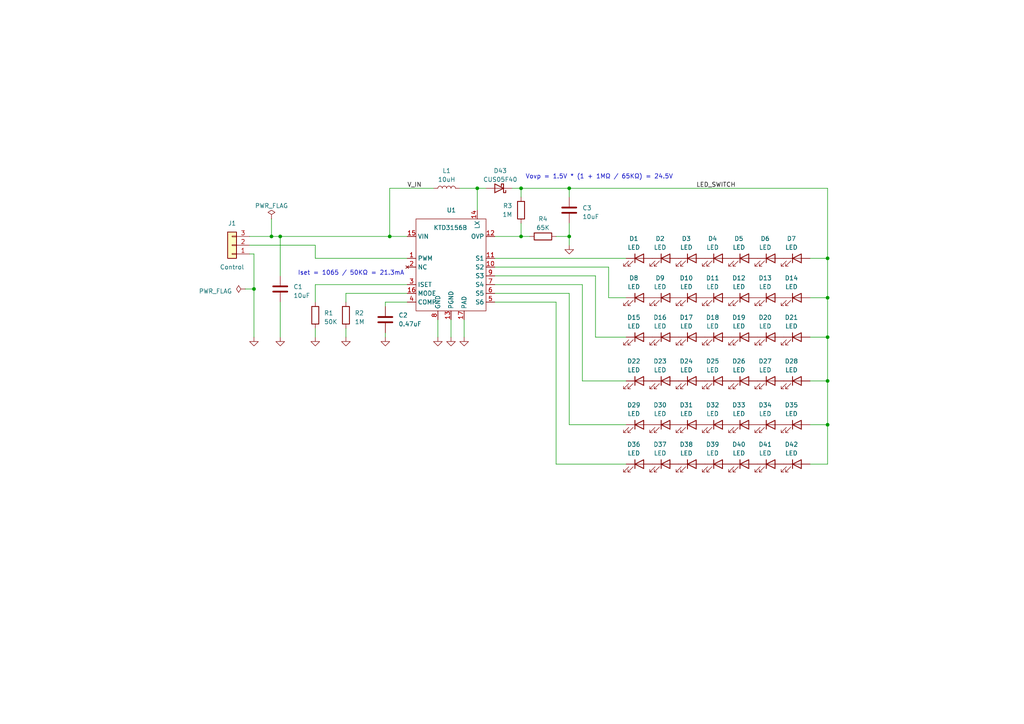
<source format=kicad_sch>
(kicad_sch (version 20230121) (generator eeschema)
  (paper "A4")
  (title_block (title "UVL") (date "2023-04-04") (rev "0x01"))
  (lib_symbols
    (symbol "Connector_Generic:Conn_01x03" (pin_names (offset 1.016) hide)
      (property "Reference" "J" (at 0 5.08 0))
      (property "Value" "Conn_01x03" (at 0 -5.08 0))
      (symbol "Conn_01x03_1_1"
        (rectangle (start -1.27 -2.413) (end 0 -2.667) (stroke (width 0.1524)))
        (rectangle (start -1.27 0.127) (end 0 -0.127) (stroke (width 0.1524)))
        (rectangle (start -1.27 2.667) (end 0 2.413) (stroke (width 0.1524)))
        (rectangle (start -1.27 3.81) (end 1.27 -3.81) (stroke (width 0.254)) (fill (type background)))
        (pin passive line (at -5.08 2.54 0) (length 3.81) (name "Pin_1") (number "1"))
        (pin passive line (at -5.08 0 0) (length 3.81) (name "Pin_2") (number "2"))
        (pin passive line (at -5.08 -2.54 0) (length 3.81) (name "Pin_3") (number "3"))
      )
    )
    (symbol "Device:C" (pin_numbers hide) (pin_names (offset 0.254))
      (property "Reference" "C" (at 0.635 2.54 0))
      (property "Value" "C" (at 0.635 -2.54 0))
      (symbol "C_0_1"
        (polyline (pts (xy -2.032 -0.762) (xy 2.032 -0.762)) (stroke (width 0.508)))
        (polyline (pts (xy -2.032 0.762) (xy 2.032 0.762)) (stroke (width 0.508)))
      )
      (symbol "C_1_1"
        (pin passive line (at 0 3.81 270) (length 2.794) (name "~") (number "1"))
        (pin passive line (at 0 -3.81 90) (length 2.794) (name "~") (number "2"))
      )
    )
    (symbol "Device:D_Schottky" (pin_numbers hide) (pin_names (offset 1.016) hide)
      (property "Reference" "D" (at 0 2.54 0))
      (property "Value" "D_Schottky" (at 0 -2.54 0))
      (symbol "D_Schottky_0_1"
        (polyline (pts (xy 1.27 0) (xy -1.27 0)))
        (polyline (pts (xy 1.27 1.27) (xy 1.27 -1.27) (xy -1.27 0) (xy 1.27 1.27)) (stroke (width 0.254)))
        (polyline (pts (xy -1.905 0.635) (xy -1.905 1.27) (xy -1.27 1.27) (xy -1.27 -1.27) (xy -0.635 -1.27) (xy -0.635 -0.635)) (stroke (width 0.254)))
      )
      (symbol "D_Schottky_1_1"
        (pin passive line (at -3.81 0 0) (length 2.54) (name "K") (number "1"))
        (pin passive line (at 3.81 0 180) (length 2.54) (name "A") (number "2"))
      )
    )
    (symbol "Device:L" (pin_numbers hide) (pin_names (offset 1.016) hide)
      (property "Reference" "L" (at -1.27 0 90))
      (property "Value" "L" (at 1.905 0 90))
      (symbol "L_0_1"
        (arc (start 0 -2.54) (mid 0.6323 -1.905) (end 0 -1.27))
        (arc (start 0 -1.27) (mid 0.6323 -0.635) (end 0 0))
        (arc (start 0 0) (mid 0.6323 0.635) (end 0 1.27))
        (arc (start 0 1.27) (mid 0.6323 1.905) (end 0 2.54))
      )
      (symbol "L_1_1"
        (pin passive line (at 0 3.81 270) (length 1.27) (name "1") (number "1"))
        (pin passive line (at 0 -3.81 90) (length 1.27) (name "2") (number "2"))
      )
    )
    (symbol "Device:LED" (pin_numbers hide) (pin_names (offset 1.016) hide)
      (property "Reference" "D" (at 0 2.54 0))
      (property "Value" "LED" (at 0 -2.54 0))
      (symbol "LED_0_1"
        (polyline (pts (xy -1.27 -1.27) (xy -1.27 1.27)) (stroke (width 0.254)))
        (polyline (pts (xy -1.27 0) (xy 1.27 0)))
        (polyline (pts (xy 1.27 -1.27) (xy 1.27 1.27) (xy -1.27 0) (xy 1.27 -1.27)) (stroke (width 0.254)))
        (polyline (pts (xy -3.048 -0.762) (xy -4.572 -2.286) (xy -3.81 -2.286) (xy -4.572 -2.286) (xy -4.572 -1.524)))
        (polyline (pts (xy -1.778 -0.762) (xy -3.302 -2.286) (xy -2.54 -2.286) (xy -3.302 -2.286) (xy -3.302 -1.524)))
      )
      (symbol "LED_1_1"
        (pin passive line (at -3.81 0 0) (length 2.54) (name "K") (number "1"))
        (pin passive line (at 3.81 0 180) (length 2.54) (name "A") (number "2"))
      )
    )
    (symbol "Device:R" (pin_numbers hide) (pin_names (offset 0))
      (property "Reference" "R" (at 2.032 0 90))
      (property "Value" "R" (at 0 0 90))
      (symbol "R_0_1"
        (rectangle (start -1.016 -2.54) (end 1.016 2.54) (stroke (width 0.254)))
      )
      (symbol "R_1_1"
        (pin passive line (at 0 3.81 270) (length 1.27) (name "~") (number "1"))
        (pin passive line (at 0 -3.81 90) (length 1.27) (name "~") (number "2"))
      )
    )
    (symbol "power:GND" (power) (pin_names (offset 0))
      (property "Value" "GND" (at 0 -3.81 0))
      (symbol "GND_0_1"
        (polyline (pts (xy 0 0) (xy 0 -1.27) (xy 1.27 -1.27) (xy 0 -2.54) (xy -1.27 -1.27) (xy 0 -1.27)))
      )
      (symbol "GND_1_1"
        (pin power_in line (at 0 0 270) (length 0) hide (name "GND") (number "1"))
      )
    )
    (symbol "power:PWR_FLAG" (power) (pin_numbers hide) (pin_names (offset 0) hide)
      (property "Value" "PWR_FLAG" (at 0 3.81 0))
      (symbol "PWR_FLAG_0_0"
        (pin power_out line (at 0 0 90) (length 0) (name "pwr") (number "1"))
      )
      (symbol "PWR_FLAG_0_1"
        (polyline (pts (xy 0 0) (xy 0 1.27) (xy -1.016 1.905) (xy 0 2.54) (xy 1.016 1.905) (xy 0 1.27)))
      )
    )
    (symbol "uvl:KTD3156B"
      (property "Reference" "U" (at -7.62 18.415 0))
      (property "Value" "KTD3156B" (at -3.81 16.51 0))
      (symbol "KTD3156B_0_0"
        (pin input line (at -12.7 3.81 0) (length 2.54) (name "PWM") (number "1"))
        (pin open_collector line (at 12.7 1.27 180) (length 2.54) (name "S2") (number "10"))
        (pin open_collector line (at 12.7 3.81 180) (length 2.54) (name "S1") (number "11"))
        (pin input line (at 12.7 10.16 180) (length 2.54) (name "OVP") (number "12"))
        (pin passive line (at 0 -13.97 90) (length 2.54) (name "PGND") (number "13"))
        (pin input line (at 7.62 17.78 270) (length 2.54) (name "LX") (number "14"))
        (pin power_in line (at -12.7 10.16 0) (length 2.54) (name "VIN") (number "15"))
        (pin input line (at -12.7 -6.35 0) (length 2.54) (name "MODE") (number "16"))
        (pin passive line (at 3.81 -13.97 90) (length 2.54) (name "PAD") (number "17"))
        (pin no_connect line (at -12.7 1.27 0) (length 2.54) (name "NC") (number "2"))
        (pin input line (at -12.7 -3.81 0) (length 2.54) (name "ISET") (number "3"))
        (pin input line (at -12.7 -8.89 0) (length 2.54) (name "COMP") (number "4"))
        (pin open_collector line (at 12.7 -8.89 180) (length 2.54) (name "S6") (number "5"))
        (pin open_collector line (at 12.7 -6.35 180) (length 2.54) (name "S5") (number "6"))
        (pin open_collector line (at 12.7 -3.81 180) (length 2.54) (name "S4") (number "7"))
        (pin passive line (at -3.81 -13.97 90) (length 2.54) (name "GND") (number "8"))
        (pin open_collector line (at 12.7 -1.27 180) (length 2.54) (name "S3") (number "9"))
      )
      (symbol "KTD3156B_0_1"
        (rectangle (start -10.16 15.24) (end 10.16 -11.43))
      )
    )
  )
  (junction (at 81.28 68.58))
  (junction (at 240.03 97.79))
  (junction (at 240.03 86.36))
  (junction (at 151.13 68.58))
  (junction (at 240.03 74.93))
  (junction (at 78.74 68.58))
  (junction (at 151.13 54.61))
  (junction (at 240.03 110.49))
  (junction (at 240.03 123.19))
  (junction (at 165.1 68.58))
  (junction (at 138.43 54.61))
  (junction (at 73.66 83.82))
  (junction (at 165.1 54.61))
  (junction (at 113.03 68.58))
  (wire (pts (xy 113.03 68.58) (xy 118.11 68.58)))
  (wire (pts (xy 240.03 110.49) (xy 234.95 110.49)))
  (wire (pts (xy 240.03 97.79) (xy 240.03 110.49)))
  (wire (pts (xy 138.43 54.61) (xy 138.43 60.96)))
  (wire (pts (xy 240.03 54.61) (xy 240.03 74.93)))
  (wire (pts (xy 240.03 123.19) (xy 234.95 123.19)))
  (wire (pts (xy 73.66 83.82) (xy 73.66 73.66)))
  (wire (pts (xy 240.03 134.62) (xy 234.95 134.62)))
  (wire (pts (xy 138.43 54.61) (xy 140.97 54.61)))
  (wire (pts (xy 240.03 86.36) (xy 234.95 86.36)))
  (wire (pts (xy 73.66 97.79) (xy 73.66 83.82)))
  (wire (pts (xy 71.12 83.82) (xy 73.66 83.82)))
  (wire (pts (xy 127 97.79) (xy 127 92.71)))
  (wire (pts (xy 73.66 73.66) (xy 72.39 73.66)))
  (wire (pts (xy 143.51 68.58) (xy 151.13 68.58)))
  (wire (pts (xy 91.44 87.63) (xy 91.44 82.55)))
  (wire (pts (xy 111.76 87.63) (xy 118.11 87.63)))
  (wire (pts (xy 172.72 80.01) (xy 172.72 97.79)))
  (wire (pts (xy 111.76 97.79) (xy 111.76 96.52)))
  (wire (pts (xy 143.51 87.63) (xy 161.29 87.63)))
  (wire (pts (xy 78.74 68.58) (xy 81.28 68.58)))
  (wire (pts (xy 172.72 97.79) (xy 181.61 97.79)))
  (wire (pts (xy 176.53 77.47) (xy 143.51 77.47)))
  (wire (pts (xy 81.28 97.79) (xy 81.28 87.63)))
  (wire (pts (xy 113.03 54.61) (xy 113.03 68.58)))
  (wire (pts (xy 148.59 54.61) (xy 151.13 54.61)))
  (wire (pts (xy 165.1 54.61) (xy 240.03 54.61)))
  (wire (pts (xy 100.33 87.63) (xy 100.33 85.09)))
  (wire (pts (xy 151.13 68.58) (xy 151.13 64.77)))
  (wire (pts (xy 181.61 86.36) (xy 176.53 86.36)))
  (wire (pts (xy 168.91 82.55) (xy 168.91 110.49)))
  (wire (pts (xy 143.51 74.93) (xy 181.61 74.93)))
  (wire (pts (xy 72.39 68.58) (xy 78.74 68.58)))
  (wire (pts (xy 151.13 68.58) (xy 153.67 68.58)))
  (wire (pts (xy 143.51 85.09) (xy 165.1 85.09)))
  (wire (pts (xy 91.44 97.79) (xy 91.44 95.25)))
  (wire (pts (xy 240.03 74.93) (xy 240.03 86.36)))
  (wire (pts (xy 81.28 68.58) (xy 113.03 68.58)))
  (wire (pts (xy 91.44 82.55) (xy 118.11 82.55)))
  (wire (pts (xy 134.62 97.79) (xy 134.62 92.71)))
  (wire (pts (xy 161.29 134.62) (xy 181.61 134.62)))
  (wire (pts (xy 165.1 123.19) (xy 181.61 123.19)))
  (wire (pts (xy 240.03 110.49) (xy 240.03 123.19)))
  (wire (pts (xy 100.33 97.79) (xy 100.33 95.25)))
  (wire (pts (xy 240.03 97.79) (xy 234.95 97.79)))
  (wire (pts (xy 91.44 74.93) (xy 91.44 71.12)))
  (wire (pts (xy 78.74 63.5) (xy 78.74 68.58)))
  (wire (pts (xy 165.1 68.58) (xy 165.1 64.77)))
  (wire (pts (xy 176.53 86.36) (xy 176.53 77.47)))
  (wire (pts (xy 168.91 110.49) (xy 181.61 110.49)))
  (wire (pts (xy 161.29 87.63) (xy 161.29 134.62)))
  (wire (pts (xy 165.1 71.12) (xy 165.1 68.58)))
  (wire (pts (xy 143.51 80.01) (xy 172.72 80.01)))
  (wire (pts (xy 81.28 68.58) (xy 81.28 80.01)))
  (wire (pts (xy 91.44 71.12) (xy 72.39 71.12)))
  (wire (pts (xy 111.76 88.9) (xy 111.76 87.63)))
  (wire (pts (xy 161.29 68.58) (xy 165.1 68.58)))
  (wire (pts (xy 240.03 74.93) (xy 234.95 74.93)))
  (wire (pts (xy 143.51 82.55) (xy 168.91 82.55)))
  (wire (pts (xy 133.35 54.61) (xy 138.43 54.61)))
  (wire (pts (xy 130.81 97.79) (xy 130.81 92.71)))
  (wire (pts (xy 100.33 85.09) (xy 118.11 85.09)))
  (wire (pts (xy 118.11 74.93) (xy 91.44 74.93)))
  (wire (pts (xy 240.03 86.36) (xy 240.03 97.79)))
  (wire (pts (xy 165.1 85.09) (xy 165.1 123.19)))
  (wire (pts (xy 165.1 57.15) (xy 165.1 54.61)))
  (wire (pts (xy 240.03 123.19) (xy 240.03 134.62)))
  (wire (pts (xy 151.13 54.61) (xy 151.13 57.15)))
  (wire (pts (xy 151.13 54.61) (xy 165.1 54.61)))
  (wire (pts (xy 113.03 54.61) (xy 125.73 54.61)))
  (text "Vovp = 1.5V * (1 + 1MΩ / 65KΩ) = 24.5V" (at 152.4 52.07 0) (effects (font (size 1.27 1.27)) (justify left bottom)))
  (text "Iset = 1065 / 50KΩ = 21.3mA" (at 86.36 80.01 0) (effects (font (size 1.27 1.27)) (justify left bottom)))
  (label "V_IN" (at 118.11 54.61 0))
  (label "LED_SWITCH" (at 201.93 54.61 0))
  (symbol (lib_id "Device:LED") (at 223.52 74.93 0) (unit 1)
    (property "Reference" "D6" (at 221.9325 69.215 0))
    (property "Value" "LED" (at 221.9325 71.755 0))
    (property "Footprint" "LED_THT:LED_D1.8mm_W3.3mm_H2.4mm" (effects hide))
  )
  (symbol (lib_id "power:GND") (at 127 97.79 0) (unit 1)
    (property "Reference" "#PWR01" (effects hide))
    (property "Value" "GND" (effects hide))
  )
  (symbol (lib_id "Device:LED") (at 223.52 134.62 0) (unit 1)
    (property "Reference" "D41" (at 221.9325 128.905 0))
    (property "Value" "LED" (at 221.9325 131.445 0))
    (property "Footprint" "LED_THT:LED_D1.8mm_W3.3mm_H2.4mm" (effects hide))
  )
  (symbol (lib_id "Device:LED") (at 200.66 134.62 0) (unit 1)
    (property "Reference" "D38" (at 199.0725 128.905 0))
    (property "Value" "LED" (at 199.0725 131.445 0))
    (property "Footprint" "LED_THT:LED_D1.8mm_W3.3mm_H2.4mm" (effects hide))
  )
  (symbol (lib_id "Device:C") (at 111.76 92.71 0) (unit 1)
    (property "Reference" "C2" (at 115.57 91.44 0) (effects (justify left)))
    (property "Value" "0.47uF" (at 115.57 93.98 0) (effects (justify left)))
    (property "Footprint" "Capacitor_SMD:C_0603_1608Metric" (effects hide))
  )
  (symbol (lib_id "Device:LED") (at 185.42 134.62 0) (unit 1)
    (property "Reference" "D36" (at 183.8325 128.905 0))
    (property "Value" "LED" (at 183.8325 131.445 0))
    (property "Footprint" "LED_THT:LED_D1.8mm_W3.3mm_H2.4mm" (effects hide))
  )
  (symbol (lib_id "Device:R") (at 157.48 68.58 270) (unit 1)
    (property "Reference" "R4" (at 157.48 63.5 90))
    (property "Value" "65K" (at 157.48 66.04 90))
    (property "Footprint" "Resistor_SMD:R_0603_1608Metric" (effects hide))
  )
  (symbol (lib_id "Device:LED") (at 193.04 97.79 0) (unit 1)
    (property "Reference" "D16" (at 191.4525 92.075 0))
    (property "Value" "LED" (at 191.4525 94.615 0))
    (property "Footprint" "LED_THT:LED_D1.8mm_W3.3mm_H2.4mm" (effects hide))
  )
  (symbol (lib_id "Device:LED") (at 231.14 74.93 0) (unit 1)
    (property "Reference" "D7" (at 229.5525 69.215 0))
    (property "Value" "LED" (at 229.5525 71.755 0))
    (property "Footprint" "LED_THT:LED_D1.8mm_W3.3mm_H2.4mm" (effects hide))
  )
  (symbol (lib_id "Device:LED") (at 208.28 74.93 0) (unit 1)
    (property "Reference" "D4" (at 206.6925 69.215 0))
    (property "Value" "LED" (at 206.6925 71.755 0))
    (property "Footprint" "LED_THT:LED_D1.8mm_W3.3mm_H2.4mm" (effects hide))
  )
  (symbol (lib_id "power:GND") (at 134.62 97.79 0) (unit 1)
    (property "Reference" "#PWR09" (effects hide))
    (property "Value" "GND" (effects hide))
  )
  (symbol (lib_id "Device:LED") (at 231.14 86.36 0) (unit 1)
    (property "Reference" "D14" (at 229.5525 80.645 0))
    (property "Value" "LED" (at 229.5525 83.185 0))
    (property "Footprint" "LED_THT:LED_D1.8mm_W3.3mm_H2.4mm" (effects hide))
  )
  (symbol (lib_id "power:GND") (at 73.66 97.79 0) (unit 1)
    (property "Reference" "#PWR03" (effects hide))
    (property "Value" "GND" (effects hide))
  )
  (symbol (lib_id "Device:LED") (at 200.66 110.49 0) (unit 1)
    (property "Reference" "D24" (at 199.0725 104.775 0))
    (property "Value" "LED" (at 199.0725 107.315 0))
    (property "Footprint" "LED_THT:LED_D1.8mm_W3.3mm_H2.4mm" (effects hide))
  )
  (symbol (lib_id "power:GND") (at 111.76 97.79 0) (unit 1)
    (property "Reference" "#PWR05" (effects hide))
    (property "Value" "GND" (effects hide))
  )
  (symbol (lib_id "power:GND") (at 130.81 97.79 0) (unit 1)
    (property "Reference" "#PWR02" (effects hide))
    (property "Value" "GND" (effects hide))
  )
  (symbol (lib_id "Device:LED") (at 215.9 97.79 0) (unit 1)
    (property "Reference" "D19" (at 214.3125 92.075 0))
    (property "Value" "LED" (at 214.3125 94.615 0))
    (property "Footprint" "LED_THT:LED_D1.8mm_W3.3mm_H2.4mm" (effects hide))
  )
  (symbol (lib_id "Device:LED") (at 215.9 123.19 0) (unit 1)
    (property "Reference" "D33" (at 214.3125 117.475 0))
    (property "Value" "LED" (at 214.3125 120.015 0))
    (property "Footprint" "LED_THT:LED_D1.8mm_W3.3mm_H2.4mm" (effects hide))
  )
  (symbol (lib_id "Device:LED") (at 223.52 86.36 0) (unit 1)
    (property "Reference" "D13" (at 221.9325 80.645 0))
    (property "Value" "LED" (at 221.9325 83.185 0))
    (property "Footprint" "LED_THT:LED_D1.8mm_W3.3mm_H2.4mm" (effects hide))
  )
  (symbol (lib_id "uvl:KTD3156B") (at 130.81 78.74 0) (unit 1)
    (property "Reference" "U1" (at 129.54 60.96 0) (effects (justify left)))
    (property "Value" "KTD3156B" (at 125.73 66.04 0) (effects (justify left)))
    (property "Footprint" "Package_DFN_QFN:QFN-16-1EP_3x3mm_P0.5mm_EP1.7x1.7mm" (effects hide))
    (property "Datasheet" "https://www.mouser.com/datasheet/2/936/KTD3156B_04b-3103676.pdf" (effects hide))
  )
  (symbol (lib_id "Device:LED") (at 200.66 123.19 0) (unit 1)
    (property "Reference" "D31" (at 199.0725 117.475 0))
    (property "Value" "LED" (at 199.0725 120.015 0))
    (property "Footprint" "LED_THT:LED_D1.8mm_W3.3mm_H2.4mm" (effects hide))
  )
  (symbol (lib_id "Connector_Generic:Conn_01x03") (at 67.31 71.12 180) (unit 1)
    (property "Reference" "J1" (at 67.31 64.77 0))
    (property "Value" "Control" (at 67.31 77.47 0))
    (property "Footprint" "Connector_PinHeader_2.54mm:PinHeader_1x03_P2.54mm_Vertical" (effects hide))
  )
  (symbol (lib_id "Device:C") (at 165.1 60.96 0) (unit 1)
    (property "Reference" "C3" (at 168.91 60.325 0) (effects (justify left)))
    (property "Value" "10uF" (at 168.91 62.865 0) (effects (justify left)))
    (property "Footprint" "Capacitor_SMD:C_0603_1608Metric" (effects hide))
  )
  (symbol (lib_id "Device:LED") (at 208.28 134.62 0) (unit 1)
    (property "Reference" "D39" (at 206.6925 128.905 0))
    (property "Value" "LED" (at 206.6925 131.445 0))
    (property "Footprint" "LED_THT:LED_D1.8mm_W3.3mm_H2.4mm" (effects hide))
  )
  (symbol (lib_id "power:PWR_FLAG") (at 71.12 83.82 90) (unit 1)
    (property "Reference" "#FLG02" (effects hide))
    (property "Value" "PWR_FLAG" (at 67.31 84.455 90) (effects (justify left)))
  )
  (symbol (lib_id "power:GND") (at 81.28 97.79 0) (unit 1)
    (property "Reference" "#PWR04" (effects hide))
    (property "Value" "GND" (effects hide))
  )
  (symbol (lib_id "Device:R") (at 151.13 60.96 180) (unit 1)
    (property "Reference" "R3" (at 148.59 59.69 0) (effects (justify left)))
    (property "Value" "1M" (at 148.59 62.23 0) (effects (justify left)))
    (property "Footprint" "Resistor_SMD:R_0603_1608Metric" (effects hide))
  )
  (symbol (lib_id "Device:D_Schottky") (at 144.78 54.61 180) (unit 1)
    (property "Reference" "D43" (at 145.0975 49.53 0))
    (property "Value" "CUS05F40" (at 145.0975 52.07 0))
    (property "Footprint" "Diode_SMD:D_SOD-323_HandSoldering" (effects hide))
    (property "Datasheet" "https://www.mouser.com/datasheet/2/408/CUS05F40_datasheet_en_20160707-1140138.pdf" (effects hide))
  )
  (symbol (lib_id "Device:LED") (at 193.04 123.19 0) (unit 1)
    (property "Reference" "D30" (at 191.4525 117.475 0))
    (property "Value" "LED" (at 191.4525 120.015 0))
    (property "Footprint" "LED_THT:LED_D1.8mm_W3.3mm_H2.4mm" (effects hide))
  )
  (symbol (lib_id "Device:LED") (at 185.42 97.79 0) (unit 1)
    (property "Reference" "D15" (at 183.8325 92.075 0))
    (property "Value" "LED" (at 183.8325 94.615 0))
    (property "Footprint" "LED_THT:LED_D1.8mm_W3.3mm_H2.4mm" (effects hide))
  )
  (symbol (lib_id "Device:R") (at 100.33 91.44 0) (unit 1)
    (property "Reference" "R2" (at 102.87 90.805 0) (effects (justify left)))
    (property "Value" "1M" (at 102.87 93.345 0) (effects (justify left)))
    (property "Footprint" "Resistor_SMD:R_0603_1608Metric" (effects hide))
  )
  (symbol (lib_id "Device:LED") (at 185.42 110.49 0) (unit 1)
    (property "Reference" "D22" (at 183.8325 104.775 0))
    (property "Value" "LED" (at 183.8325 107.315 0))
    (property "Footprint" "LED_THT:LED_D1.8mm_W3.3mm_H2.4mm" (effects hide))
  )
  (symbol (lib_id "power:GND") (at 100.33 97.79 0) (unit 1)
    (property "Reference" "#PWR06" (effects hide))
    (property "Value" "GND" (effects hide))
  )
  (symbol (lib_id "Device:LED") (at 185.42 123.19 0) (unit 1)
    (property "Reference" "D29" (at 183.8325 117.475 0))
    (property "Value" "LED" (at 183.8325 120.015 0))
    (property "Footprint" "LED_THT:LED_D1.8mm_W3.3mm_H2.4mm" (effects hide))
  )
  (symbol (lib_id "Device:R") (at 91.44 91.44 0) (unit 1)
    (property "Reference" "R1" (at 93.98 90.805 0) (effects (justify left)))
    (property "Value" "50K" (at 93.98 93.345 0) (effects (justify left)))
    (property "Footprint" "Resistor_SMD:R_0603_1608Metric" (effects hide))
  )
  (symbol (lib_id "Device:L") (at 129.54 54.61 90) (unit 1)
    (property "Reference" "L1" (at 129.54 49.53 90))
    (property "Value" "10uH" (at 129.54 52.07 90))
    (property "Footprint" "Inductor_SMD:L_Bourns-SRN6028" (effects hide))
    (property "Datasheet" "https://www.mouser.com/datasheet/2/54/SDR0604-1391235.pdf" (effects hide))
  )
  (symbol (lib_id "Device:LED") (at 223.52 110.49 0) (unit 1)
    (property "Reference" "D27" (at 221.9325 104.775 0))
    (property "Value" "LED" (at 221.9325 107.315 0))
    (property "Footprint" "LED_THT:LED_D1.8mm_W3.3mm_H2.4mm" (effects hide))
  )
  (symbol (lib_id "Device:LED") (at 200.66 97.79 0) (unit 1)
    (property "Reference" "D17" (at 199.0725 92.075 0))
    (property "Value" "LED" (at 199.0725 94.615 0))
    (property "Footprint" "LED_THT:LED_D1.8mm_W3.3mm_H2.4mm" (effects hide))
  )
  (symbol (lib_id "Device:LED") (at 215.9 110.49 0) (unit 1)
    (property "Reference" "D26" (at 214.3125 104.775 0))
    (property "Value" "LED" (at 214.3125 107.315 0))
    (property "Footprint" "LED_THT:LED_D1.8mm_W3.3mm_H2.4mm" (effects hide))
  )
  (symbol (lib_id "Device:LED") (at 185.42 86.36 0) (unit 1)
    (property "Reference" "D8" (at 183.8325 80.645 0))
    (property "Value" "LED" (at 183.8325 83.185 0))
    (property "Footprint" "LED_THT:LED_D1.8mm_W3.3mm_H2.4mm" (effects hide))
  )
  (symbol (lib_id "Device:LED") (at 208.28 86.36 0) (unit 1)
    (property "Reference" "D11" (at 206.6925 80.645 0))
    (property "Value" "LED" (at 206.6925 83.185 0))
    (property "Footprint" "LED_THT:LED_D1.8mm_W3.3mm_H2.4mm" (effects hide))
  )
  (symbol (lib_id "Device:LED") (at 193.04 86.36 0) (unit 1)
    (property "Reference" "D9" (at 191.4525 80.645 0))
    (property "Value" "LED" (at 191.4525 83.185 0))
    (property "Footprint" "LED_THT:LED_D1.8mm_W3.3mm_H2.4mm" (effects hide))
  )
  (symbol (lib_id "Device:LED") (at 231.14 134.62 0) (unit 1)
    (property "Reference" "D42" (at 229.5525 128.905 0))
    (property "Value" "LED" (at 229.5525 131.445 0))
    (property "Footprint" "LED_THT:LED_D1.8mm_W3.3mm_H2.4mm" (effects hide))
  )
  (symbol (lib_id "Device:LED") (at 185.42 74.93 0) (unit 1)
    (property "Reference" "D1" (at 183.8325 69.215 0))
    (property "Value" "LED" (at 183.8325 71.755 0))
    (property "Footprint" "LED_THT:LED_D1.8mm_W3.3mm_H2.4mm" (effects hide))
  )
  (symbol (lib_id "Device:LED") (at 208.28 97.79 0) (unit 1)
    (property "Reference" "D18" (at 206.6925 92.075 0))
    (property "Value" "LED" (at 206.6925 94.615 0))
    (property "Footprint" "LED_THT:LED_D1.8mm_W3.3mm_H2.4mm" (effects hide))
  )
  (symbol (lib_id "Device:LED") (at 208.28 123.19 0) (unit 1)
    (property "Reference" "D32" (at 206.6925 117.475 0))
    (property "Value" "LED" (at 206.6925 120.015 0))
    (property "Footprint" "LED_THT:LED_D1.8mm_W3.3mm_H2.4mm" (effects hide))
  )
  (symbol (lib_id "power:GND") (at 165.1 71.12 0) (unit 1)
    (property "Reference" "#PWR08" (effects hide))
    (property "Value" "GND" (effects hide))
  )
  (symbol (lib_id "Device:LED") (at 223.52 123.19 0) (unit 1)
    (property "Reference" "D34" (at 221.9325 117.475 0))
    (property "Value" "LED" (at 221.9325 120.015 0))
    (property "Footprint" "LED_THT:LED_D1.8mm_W3.3mm_H2.4mm" (effects hide))
  )
  (symbol (lib_id "Device:LED") (at 231.14 123.19 0) (unit 1)
    (property "Reference" "D35" (at 229.5525 117.475 0))
    (property "Value" "LED" (at 229.5525 120.015 0))
    (property "Footprint" "LED_THT:LED_D1.8mm_W3.3mm_H2.4mm" (effects hide))
  )
  (symbol (lib_id "Device:C") (at 81.28 83.82 0) (unit 1)
    (property "Reference" "C1" (at 85.09 83.185 0) (effects (justify left)))
    (property "Value" "10uF" (at 85.09 85.725 0) (effects (justify left)))
    (property "Footprint" "Capacitor_SMD:C_0603_1608Metric" (effects hide))
  )
  (symbol (lib_id "Device:LED") (at 223.52 97.79 0) (unit 1)
    (property "Reference" "D20" (at 221.9325 92.075 0))
    (property "Value" "LED" (at 221.9325 94.615 0))
    (property "Footprint" "LED_THT:LED_D1.8mm_W3.3mm_H2.4mm" (effects hide))
  )
  (symbol (lib_id "Device:LED") (at 193.04 110.49 0) (unit 1)
    (property "Reference" "D23" (at 191.4525 104.775 0))
    (property "Value" "LED" (at 191.4525 107.315 0))
    (property "Footprint" "LED_THT:LED_D1.8mm_W3.3mm_H2.4mm" (effects hide))
  )
  (symbol (lib_id "Device:LED") (at 193.04 74.93 0) (unit 1)
    (property "Reference" "D2" (at 191.4525 69.215 0))
    (property "Value" "LED" (at 191.4525 71.755 0))
    (property "Footprint" "LED_THT:LED_D1.8mm_W3.3mm_H2.4mm" (effects hide))
  )
  (symbol (lib_id "Device:LED") (at 215.9 86.36 0) (unit 1)
    (property "Reference" "D12" (at 214.3125 80.645 0))
    (property "Value" "LED" (at 214.3125 83.185 0))
    (property "Footprint" "LED_THT:LED_D1.8mm_W3.3mm_H2.4mm" (effects hide))
  )
  (symbol (lib_id "power:PWR_FLAG") (at 78.74 63.5 0) (unit 1)
    (property "Reference" "#FLG01" (effects hide))
    (property "Value" "PWR_FLAG" (at 78.74 59.69 0))
  )
  (symbol (lib_id "Device:LED") (at 231.14 97.79 0) (unit 1)
    (property "Reference" "D21" (at 229.5525 92.075 0))
    (property "Value" "LED" (at 229.5525 94.615 0))
    (property "Footprint" "LED_THT:LED_D1.8mm_W3.3mm_H2.4mm" (effects hide))
  )
  (symbol (lib_id "power:GND") (at 91.44 97.79 0) (unit 1)
    (property "Reference" "#PWR07" (effects hide))
    (property "Value" "GND" (effects hide))
  )
  (symbol (lib_id "Device:LED") (at 200.66 86.36 0) (unit 1)
    (property "Reference" "D10" (at 199.0725 80.645 0))
    (property "Value" "LED" (at 199.0725 83.185 0))
    (property "Footprint" "LED_THT:LED_D1.8mm_W3.3mm_H2.4mm" (effects hide))
  )
  (symbol (lib_id "Device:LED") (at 208.28 110.49 0) (unit 1)
    (property "Reference" "D25" (at 206.6925 104.775 0))
    (property "Value" "LED" (at 206.6925 107.315 0))
    (property "Footprint" "LED_THT:LED_D1.8mm_W3.3mm_H2.4mm" (effects hide))
  )
  (symbol (lib_id "Device:LED") (at 215.9 134.62 0) (unit 1)
    (property "Reference" "D40" (at 214.3125 128.905 0))
    (property "Value" "LED" (at 214.3125 131.445 0))
    (property "Footprint" "LED_THT:LED_D1.8mm_W3.3mm_H2.4mm" (effects hide))
  )
  (symbol (lib_id "Device:LED") (at 215.9 74.93 0) (unit 1)
    (property "Reference" "D5" (at 214.3125 69.215 0))
    (property "Value" "LED" (at 214.3125 71.755 0))
    (property "Footprint" "LED_THT:LED_D1.8mm_W3.3mm_H2.4mm" (effects hide))
  )
  (symbol (lib_id "Device:LED") (at 200.66 74.93 0) (unit 1)
    (property "Reference" "D3" (at 199.0725 69.215 0))
    (property "Value" "LED" (at 199.0725 71.755 0))
    (property "Footprint" "LED_THT:LED_D1.8mm_W3.3mm_H2.4mm" (effects hide))
  )
  (symbol (lib_id "Device:LED") (at 193.04 134.62 0) (unit 1)
    (property "Reference" "D37" (at 191.4525 128.905 0))
    (property "Value" "LED" (at 191.4525 131.445 0))
    (property "Footprint" "LED_THT:LED_D1.8mm_W3.3mm_H2.4mm" (effects hide))
  )
  (symbol (lib_id "Device:LED") (at 231.14 110.49 0) (unit 1)
    (property "Reference" "D28" (at 229.5525 104.775 0))
    (property "Value" "LED" (at 229.5525 107.315 0))
    (property "Footprint" "LED_THT:LED_D1.8mm_W3.3mm_H2.4mm" (effects hide))
  )
)
</source>
